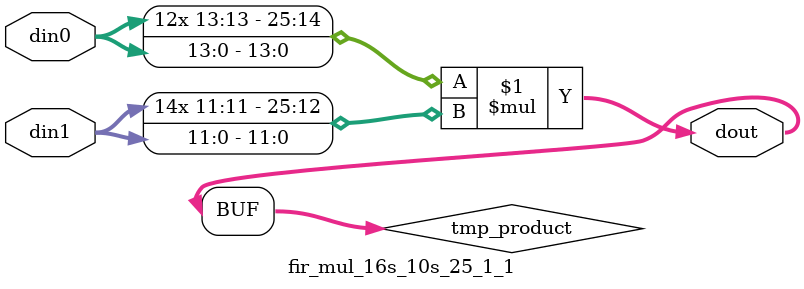
<source format=v>

`timescale 1 ns / 1 ps

 module fir_mul_16s_10s_25_1_1(din0, din1, dout);
parameter ID = 1;
parameter NUM_STAGE = 0;
parameter din0_WIDTH = 14;
parameter din1_WIDTH = 12;
parameter dout_WIDTH = 26;

input [din0_WIDTH - 1 : 0] din0; 
input [din1_WIDTH - 1 : 0] din1; 
output [dout_WIDTH - 1 : 0] dout;

wire signed [dout_WIDTH - 1 : 0] tmp_product;



























assign tmp_product = $signed(din0) * $signed(din1);








assign dout = tmp_product;





















endmodule

</source>
